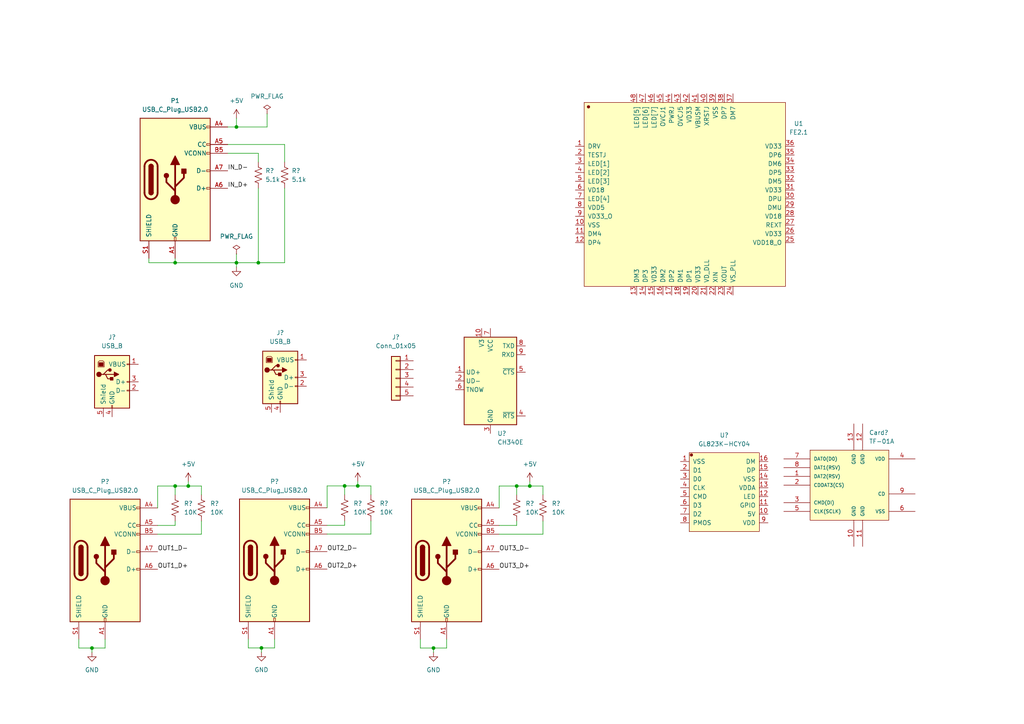
<source format=kicad_sch>
(kicad_sch (version 20211123) (generator eeschema)
  (paper "A4")
  (lib_symbols
    (symbol "1CommonUse:R0805" (pin_numbers hide) (pin_names (offset 0))
      (property "Reference" "R" (at 2.54 0 90))
      (property "Value" "R0805" (at -2.54 0 90))
      (symbol "R0805_0_1"
        (polyline (pts (xy 0 -2.286) (xy 0 -2.54)))
        (polyline (pts (xy 0 2.286) (xy 0 2.54)))
        (polyline (pts (xy 0 -0.762) (xy 1.016 -1.143) (xy 0 -1.524) (xy -1.016 -1.905) (xy 0 -2.286)))
        (polyline (pts (xy 0 0.762) (xy 1.016 0.381) (xy 0 0) (xy -1.016 -0.381) (xy 0 -0.762)))
        (polyline (pts (xy 0 2.286) (xy 1.016 1.905) (xy 0 1.524) (xy -1.016 1.143) (xy 0 0.762)))
      )
      (symbol "R0805_1_1"
        (pin passive line (at 0 3.81 270) (length 1.27) (name "~") (number "1"))
        (pin passive line (at 0 -3.81 90) (length 1.27) (name "~") (number "2"))
      )
    )
    (symbol "Connector:USB_B" (pin_names (offset 1.016))
      (property "Reference" "J" (at -5.08 11.43 0))
      (property "Value" "USB_B" (at -5.08 8.89 0))
      (symbol "USB_B_0_1"
        (rectangle (start -5.08 -7.62) (end 5.08 7.62) (stroke (width 0.254)) (fill (type background)))
        (circle (center -3.81 2.159) (radius 0.635) (stroke (width 0.254)) (fill (type outline)))
        (rectangle (start -3.81 5.588) (end -2.54 4.572) (fill (type outline)))
        (circle (center -0.635 3.429) (radius 0.381) (stroke (width 0.254)) (fill (type outline)))
        (rectangle (start -0.127 -7.62) (end 0.127 -6.858))
        (polyline (pts (xy -1.905 2.159) (xy 0.635 2.159)) (stroke (width 0.254)))
        (polyline (pts (xy -3.175 2.159) (xy -2.54 2.159) (xy -1.27 3.429) (xy -0.635 3.429)) (stroke (width 0.254)))
        (polyline (pts (xy -2.54 2.159) (xy -1.905 2.159) (xy -1.27 0.889) (xy 0 0.889)) (stroke (width 0.254)))
        (polyline (pts (xy 0.635 2.794) (xy 0.635 1.524) (xy 1.905 2.159) (xy 0.635 2.794)) (stroke (width 0.254)) (fill (type outline)))
        (polyline (pts (xy -4.064 4.318) (xy -2.286 4.318) (xy -2.286 5.715) (xy -2.667 6.096) (xy -3.683 6.096) (xy -4.064 5.715) (xy -4.064 4.318)))
        (rectangle (start 0.254 1.27) (end -0.508 0.508) (stroke (width 0.254)) (fill (type outline)))
        (rectangle (start 5.08 -2.667) (end 4.318 -2.413))
        (rectangle (start 5.08 -0.127) (end 4.318 0.127))
        (rectangle (start 5.08 4.953) (end 4.318 5.207))
      )
      (symbol "USB_B_1_1"
        (pin power_out line (at 7.62 5.08 180) (length 2.54) (name "VBUS") (number "1"))
        (pin bidirectional line (at 7.62 -2.54 180) (length 2.54) (name "D-") (number "2"))
        (pin bidirectional line (at 7.62 0 180) (length 2.54) (name "D+") (number "3"))
        (pin power_out line (at 0 -10.16 90) (length 2.54) (name "GND") (number "4"))
        (pin passive line (at -2.54 -10.16 90) (length 2.54) (name "Shield") (number "5"))
      )
    )
    (symbol "Connector:USB_C_Plug_USB2.0" (pin_names (offset 1.016))
      (property "Reference" "P" (at -10.16 19.05 0))
      (property "Value" "USB_C_Plug_USB2.0" (at 12.7 19.05 0))
      (symbol "USB_C_Plug_USB2.0_0_0"
        (rectangle (start -0.254 -17.78) (end 0.254 -16.764))
        (rectangle (start 10.16 -2.286) (end 9.144 -2.794))
        (rectangle (start 10.16 2.794) (end 9.144 2.286))
        (rectangle (start 10.16 7.874) (end 9.144 7.366))
        (rectangle (start 10.16 10.414) (end 9.144 9.906))
        (rectangle (start 10.16 15.494) (end 9.144 14.986))
      )
      (symbol "USB_C_Plug_USB2.0_0_1"
        (rectangle (start -10.16 17.78) (end 10.16 -17.78) (stroke (width 0.254)) (fill (type background)))
        (arc (start -8.89 -3.81) (mid -6.985 -5.715) (end -5.08 -3.81) (stroke (width 0.508)))
        (arc (start -7.62 -3.81) (mid -6.985 -4.445) (end -6.35 -3.81) (stroke (width 0.254)))
        (arc (start -7.62 -3.81) (mid -6.985 -4.445) (end -6.35 -3.81) (stroke (width 0.254)) (fill (type outline)))
        (rectangle (start -7.62 -3.81) (end -6.35 3.81) (stroke (width 0.254)) (fill (type outline)))
        (arc (start -6.35 3.81) (mid -6.985 4.445) (end -7.62 3.81) (stroke (width 0.254)))
        (arc (start -6.35 3.81) (mid -6.985 4.445) (end -7.62 3.81) (stroke (width 0.254)) (fill (type outline)))
        (arc (start -5.08 3.81) (mid -6.985 5.715) (end -8.89 3.81) (stroke (width 0.508)))
        (circle (center -2.54 1.143) (radius 0.635) (stroke (width 0.254)) (fill (type outline)))
        (circle (center 0 -5.842) (radius 1.27) (fill (type outline)))
        (polyline (pts (xy -8.89 -3.81) (xy -8.89 3.81)) (stroke (width 0.508)))
        (polyline (pts (xy -5.08 3.81) (xy -5.08 -3.81)) (stroke (width 0.508)))
        (polyline (pts (xy 0 -5.842) (xy 0 4.318)) (stroke (width 0.508)))
        (polyline (pts (xy 0 -3.302) (xy -2.54 -0.762) (xy -2.54 0.508)) (stroke (width 0.508)))
        (polyline (pts (xy 0 -2.032) (xy 2.54 0.508) (xy 2.54 1.778)) (stroke (width 0.508)))
        (polyline (pts (xy -1.27 4.318) (xy 0 6.858) (xy 1.27 4.318) (xy -1.27 4.318)) (stroke (width 0.254)) (fill (type outline)))
        (rectangle (start 1.905 1.778) (end 3.175 3.048) (stroke (width 0.254)) (fill (type outline)))
      )
      (symbol "USB_C_Plug_USB2.0_1_1"
        (pin passive line (at 0 -22.86 90) (length 5.08) (name "GND") (number "A1"))
        (pin passive line (at 0 -22.86 90) (length 5.08) hide (name "GND") (number "A12"))
        (pin passive line (at 15.24 15.24 180) (length 5.08) (name "VBUS") (number "A4"))
        (pin bidirectional line (at 15.24 10.16 180) (length 5.08) (name "CC") (number "A5"))
        (pin bidirectional line (at 15.24 -2.54 180) (length 5.08) (name "D+") (number "A6"))
        (pin bidirectional line (at 15.24 2.54 180) (length 5.08) (name "D-") (number "A7"))
        (pin passive line (at 15.24 15.24 180) (length 5.08) hide (name "VBUS") (number "A9"))
        (pin passive line (at 0 -22.86 90) (length 5.08) hide (name "GND") (number "B1"))
        (pin passive line (at 0 -22.86 90) (length 5.08) hide (name "GND") (number "B12"))
        (pin passive line (at 15.24 15.24 180) (length 5.08) hide (name "VBUS") (number "B4"))
        (pin bidirectional line (at 15.24 7.62 180) (length 5.08) (name "VCONN") (number "B5"))
        (pin passive line (at 15.24 15.24 180) (length 5.08) hide (name "VBUS") (number "B9"))
        (pin passive line (at -7.62 -22.86 90) (length 5.08) (name "SHIELD") (number "S1"))
      )
    )
    (symbol "Connector_Generic:Conn_01x05" (pin_names (offset 1.016) hide)
      (property "Reference" "J" (at 0 7.62 0))
      (property "Value" "Conn_01x05" (at 0 -7.62 0))
      (symbol "Conn_01x05_1_1"
        (rectangle (start -1.27 -4.953) (end 0 -5.207) (stroke (width 0.1524)))
        (rectangle (start -1.27 -2.413) (end 0 -2.667) (stroke (width 0.1524)))
        (rectangle (start -1.27 0.127) (end 0 -0.127) (stroke (width 0.1524)))
        (rectangle (start -1.27 2.667) (end 0 2.413) (stroke (width 0.1524)))
        (rectangle (start -1.27 5.207) (end 0 4.953) (stroke (width 0.1524)))
        (rectangle (start -1.27 6.35) (end 1.27 -6.35) (stroke (width 0.254)) (fill (type background)))
        (pin passive line (at -5.08 5.08 0) (length 3.81) (name "Pin_1") (number "1"))
        (pin passive line (at -5.08 2.54 0) (length 3.81) (name "Pin_2") (number "2"))
        (pin passive line (at -5.08 0 0) (length 3.81) (name "Pin_3") (number "3"))
        (pin passive line (at -5.08 -2.54 0) (length 3.81) (name "Pin_4") (number "4"))
        (pin passive line (at -5.08 -5.08 0) (length 3.81) (name "Pin_5") (number "5"))
      )
    )
    (symbol "FE2.1:FE2.1" (pin_names (offset 1.016))
      (property "Reference" "U" (at 0 31.0642 0))
      (property "Value" "FE2.1" (at 0 36.1442 0))
      (symbol "FE2.1_1_1"
        (rectangle (start -30.48 25.4) (end 27.94 -27.94) (stroke (width 0.1524)) (fill (type background)))
        (circle (center -29.21 24.13) (radius 0.381) (stroke (width 0.1524)) (fill (type outline)))
        (pin input line (at -33.02 12.7 0) (length 2.54) (name "DRV") (number "1"))
        (pin power_in line (at -33.02 -10.16 0) (length 2.54) (name "VSS") (number "10"))
        (pin input line (at -33.02 -12.7 0) (length 2.54) (name "DM4") (number "11"))
        (pin input line (at -33.02 -15.24 0) (length 2.54) (name "DP4") (number "12"))
        (pin input line (at -15.24 -30.48 90) (length 2.54) (name "DM3") (number "13"))
        (pin input line (at -12.7 -30.48 90) (length 2.54) (name "DP3") (number "14"))
        (pin input line (at -10.16 -30.48 90) (length 2.54) (name "VD33") (number "15"))
        (pin input line (at -7.62 -30.48 90) (length 2.54) (name "DM2") (number "16"))
        (pin input line (at -5.08 -30.48 90) (length 2.54) (name "DP2") (number "17"))
        (pin input line (at -2.54 -30.48 90) (length 2.54) (name "DM1") (number "18"))
        (pin input line (at 0 -30.48 90) (length 2.54) (name "DP1") (number "19"))
        (pin input line (at -33.02 10.16 0) (length 2.54) (name "TESTJ") (number "2"))
        (pin input line (at 2.54 -30.48 90) (length 2.54) (name "VD33") (number "20"))
        (pin input line (at 5.08 -30.48 90) (length 2.54) (name "VD_DLL") (number "21"))
        (pin input line (at 7.62 -30.48 90) (length 2.54) (name "XIN") (number "22"))
        (pin input line (at 10.16 -30.48 90) (length 2.54) (name "XOUT") (number "23"))
        (pin power_in line (at 12.7 -30.48 90) (length 2.54) (name "VS_PLL") (number "24"))
        (pin power_in line (at 30.48 -15.24 180) (length 2.54) (name "VDD18_O") (number "25"))
        (pin input line (at 30.48 -12.7 180) (length 2.54) (name "VD33") (number "26"))
        (pin input line (at 30.48 -10.16 180) (length 2.54) (name "REXT") (number "27"))
        (pin power_in line (at 30.48 -7.62 180) (length 2.54) (name "VD18") (number "28"))
        (pin input line (at 30.48 -5.08 180) (length 2.54) (name "DMU") (number "29"))
        (pin input line (at -33.02 7.62 0) (length 2.54) (name "LED[1]") (number "3"))
        (pin input line (at 30.48 -2.54 180) (length 2.54) (name "DPU") (number "30"))
        (pin input line (at 30.48 0 180) (length 2.54) (name "VD33") (number "31"))
        (pin input line (at 30.48 2.54 180) (length 2.54) (name "DM5") (number "32"))
        (pin input line (at 30.48 5.08 180) (length 2.54) (name "DP5") (number "33"))
        (pin input line (at 30.48 7.62 180) (length 2.54) (name "DM6") (number "34"))
        (pin input line (at 30.48 10.16 180) (length 2.54) (name "DP6") (number "35"))
        (pin input line (at 30.48 12.7 180) (length 2.54) (name "VD33") (number "36"))
        (pin input line (at 12.7 27.94 270) (length 2.54) (name "DM7") (number "37"))
        (pin input line (at 10.16 27.94 270) (length 2.54) (name "DP7") (number "38"))
        (pin input line (at 7.62 27.94 270) (length 2.54) (name "VSS") (number "39"))
        (pin input line (at -33.02 5.08 0) (length 2.54) (name "LED[2]") (number "4"))
        (pin input line (at 5.08 27.94 270) (length 2.54) (name "XRSTJ") (number "40"))
        (pin input line (at 2.54 27.94 270) (length 2.54) (name "VBUSM") (number "41"))
        (pin input line (at 0 27.94 270) (length 2.54) (name "VD33") (number "42"))
        (pin input line (at -2.54 27.94 270) (length 2.54) (name "OVCJ5") (number "43"))
        (pin input line (at -5.08 27.94 270) (length 2.54) (name "PWRJ") (number "44"))
        (pin input line (at -7.62 27.94 270) (length 2.54) (name "OVCJ1") (number "45"))
        (pin input line (at -10.16 27.94 270) (length 2.54) (name "LED[7]") (number "46"))
        (pin input line (at -12.7 27.94 270) (length 2.54) (name "LED[6]") (number "47"))
        (pin input line (at -15.24 27.94 270) (length 2.54) (name "LED[5]") (number "48"))
        (pin input line (at -33.02 2.54 0) (length 2.54) (name "LED[3]") (number "5"))
        (pin power_in line (at -33.02 0 0) (length 2.54) (name "VD18") (number "6"))
        (pin input line (at -33.02 -2.54 0) (length 2.54) (name "LED[4]") (number "7"))
        (pin power_in line (at -33.02 -5.08 0) (length 2.54) (name "VDD5") (number "8"))
        (pin power_in line (at -33.02 -7.62 0) (length 2.54) (name "VD33_O") (number "9"))
      )
    )
    (symbol "GL823K:GL823K-HCY04" (pin_names (offset 1.016))
      (property "Reference" "U" (at 0 13.97 0))
      (property "Value" "GL823K-HCY04" (at 0 19.05 0))
      (symbol "GL823K-HCY04_1_1"
        (rectangle (start -10.16 11.43) (end 10.16 -11.43) (stroke (width 0.1524)) (fill (type background)))
        (circle (center -9.525 10.795) (radius 0.381) (stroke (width 0.1524)) (fill (type outline)))
        (pin input line (at -12.7 8.89 0) (length 2.54) (name "VSS") (number "1"))
        (pin input line (at 12.7 -6.35 180) (length 2.54) (name "5V") (number "10"))
        (pin input line (at 12.7 -3.81 180) (length 2.54) (name "GPIO") (number "11"))
        (pin input line (at 12.7 -1.27 180) (length 2.54) (name "LED") (number "12"))
        (pin input line (at 12.7 1.27 180) (length 2.54) (name "VDDA") (number "13"))
        (pin input line (at 12.7 3.81 180) (length 2.54) (name "VSS") (number "14"))
        (pin input line (at 12.7 6.35 180) (length 2.54) (name "DP") (number "15"))
        (pin input line (at 12.7 8.89 180) (length 2.54) (name "DM") (number "16"))
        (pin input line (at -12.7 6.35 0) (length 2.54) (name "D1") (number "2"))
        (pin input line (at -12.7 3.81 0) (length 2.54) (name "D0") (number "3"))
        (pin input line (at -12.7 1.27 0) (length 2.54) (name "CLK") (number "4"))
        (pin input line (at -12.7 -1.27 0) (length 2.54) (name "CMD") (number "5"))
        (pin input line (at -12.7 -3.81 0) (length 2.54) (name "D3") (number "6"))
        (pin input line (at -12.7 -6.35 0) (length 2.54) (name "D2") (number "7"))
        (pin input line (at -12.7 -8.89 0) (length 2.54) (name "PMOS") (number "8"))
        (pin input line (at 12.7 -8.89 180) (length 2.54) (name "VDD") (number "9"))
      )
    )
    (symbol "Interface_USB:CH340E"
      (property "Reference" "U" (at -5.08 13.97 0))
      (property "Value" "CH340E" (at 1.27 13.97 0))
      (symbol "CH340E_0_1"
        (rectangle (start -7.62 12.7) (end 7.62 -12.7) (stroke (width 0.254)) (fill (type background)))
      )
      (symbol "CH340E_1_1"
        (pin bidirectional line (at -10.16 2.54 0) (length 2.54) (name "UD+") (number "1"))
        (pin passive line (at -2.54 15.24 270) (length 2.54) (name "V3") (number "10"))
        (pin bidirectional line (at -10.16 0 0) (length 2.54) (name "UD-") (number "2"))
        (pin power_in line (at 0 -15.24 90) (length 2.54) (name "GND") (number "3"))
        (pin output line (at 10.16 -10.16 180) (length 2.54) (name "~{RTS}") (number "4"))
        (pin input line (at 10.16 2.54 180) (length 2.54) (name "~{CTS}") (number "5"))
        (pin output line (at -10.16 -2.54 0) (length 2.54) (name "TNOW") (number "6"))
        (pin power_in line (at 0 15.24 270) (length 2.54) (name "VCC") (number "7"))
        (pin output line (at 10.16 10.16 180) (length 2.54) (name "TXD") (number "8"))
        (pin input line (at 10.16 7.62 180) (length 2.54) (name "RXD") (number "9"))
      )
    )
    (symbol "SDCard:TF-01A" (pin_names (offset 1.016))
      (property "Reference" "Card" (at 5.08 1.27 0))
      (property "Value" "TF-01A" (at 5.08 3.81 0))
      (symbol "TF-01A_1_1"
        (rectangle (start -11.43 10.16) (end 11.43 -10.16) (stroke (width 0.1524)) (fill (type background)))
        (pin bidirectional line (at -19.05 2.54 0) (length 7.62) (name "DAT2(RSV)") (number "1"))
        (pin input line (at 1.27 -17.78 90) (length 7.62) (name "GND") (number "10"))
        (pin input line (at 3.81 -17.78 90) (length 7.62) (name "GND") (number "11"))
        (pin input line (at 3.81 17.78 270) (length 7.62) (name "GND") (number "12"))
        (pin input line (at 1.27 17.78 270) (length 7.62) (name "GND") (number "13"))
        (pin bidirectional line (at -19.05 0 0) (length 7.62) (name "CDDAT3(CS)") (number "2"))
        (pin input line (at -19.05 -5.08 0) (length 7.62) (name "CMD(DI)") (number "3"))
        (pin input line (at 19.05 7.62 180) (length 7.62) (name "VDD") (number "4"))
        (pin input line (at -19.05 -7.62 0) (length 7.62) (name "CLK(SCLK)") (number "5"))
        (pin input line (at 19.05 -7.62 180) (length 7.62) (name "VSS") (number "6"))
        (pin bidirectional line (at -19.05 7.62 0) (length 7.62) (name "DAT0(D0)") (number "7"))
        (pin bidirectional line (at -19.05 5.08 0) (length 7.62) (name "DAT1(RSV)") (number "8"))
        (pin input line (at 19.05 -2.54 180) (length 7.62) (name "CD") (number "9"))
      )
    )
    (symbol "power:+5V" (power) (pin_names (offset 0))
      (property "Value" "+5V" (at 0 3.556 0))
      (symbol "+5V_0_1"
        (polyline (pts (xy -0.762 1.27) (xy 0 2.54)))
        (polyline (pts (xy 0 0) (xy 0 2.54)))
        (polyline (pts (xy 0 2.54) (xy 0.762 1.27)))
      )
      (symbol "+5V_1_1"
        (pin power_in line (at 0 0 90) (length 0) hide (name "+5V") (number "1"))
      )
    )
    (symbol "power:GND" (power) (pin_names (offset 0))
      (property "Value" "GND" (at 0 -3.81 0))
      (symbol "GND_0_1"
        (polyline (pts (xy 0 0) (xy 0 -1.27) (xy 1.27 -1.27) (xy 0 -2.54) (xy -1.27 -1.27) (xy 0 -1.27)))
      )
      (symbol "GND_1_1"
        (pin power_in line (at 0 0 270) (length 0) hide (name "GND") (number "1"))
      )
    )
    (symbol "power:PWR_FLAG" (power) (pin_numbers hide) (pin_names (offset 0) hide)
      (property "Value" "PWR_FLAG" (at 0 3.81 0))
      (symbol "PWR_FLAG_0_0"
        (pin power_out line (at 0 0 90) (length 0) (name "pwr") (number "1"))
      )
      (symbol "PWR_FLAG_0_1"
        (polyline (pts (xy 0 0) (xy 0 1.27) (xy -1.016 1.905) (xy 0 2.54) (xy 1.016 1.905) (xy 0 1.27)))
      )
    )
  )
  (junction (at 125.73 187.96))
  (junction (at 103.7679 140.9354))
  (junction (at 74.93 76.2))
  (junction (at 99.9579 140.9354))
  (junction (at 50.8 140.97))
  (junction (at 54.61 140.97))
  (junction (at 153.67 140.97))
  (junction (at 26.67 187.96))
  (junction (at 68.58 76.2))
  (junction (at 50.8 76.2))
  (junction (at 149.86 140.97))
  (junction (at 68.58 36.83))
  (junction (at 75.8279 187.9254))
  (wire (pts (xy 26.67 189.23) (xy 26.67 187.96)))
  (wire (pts (xy 43.18 76.2) (xy 50.8 76.2)))
  (wire (pts (xy 43.18 74.93) (xy 43.18 76.2)))
  (wire (pts (xy 50.8 152.4) (xy 45.72 152.4)))
  (wire (pts (xy 121.92 185.42) (xy 121.92 187.96)))
  (wire (pts (xy 99.9579 152.3654) (xy 94.8779 152.3654)))
  (wire (pts (xy 144.78 154.94) (xy 157.48 154.94)))
  (wire (pts (xy 68.58 34.29) (xy 68.58 36.83)))
  (wire (pts (xy 50.8 76.2) (xy 68.58 76.2)))
  (wire (pts (xy 82.55 41.91) (xy 82.55 46.99)))
  (wire (pts (xy 22.86 187.96) (xy 26.67 187.96)))
  (wire (pts (xy 68.58 73.66) (xy 68.58 76.2)))
  (wire (pts (xy 75.8279 189.1954) (xy 75.8279 187.9254)))
  (wire (pts (xy 45.72 140.97) (xy 50.8 140.97)))
  (wire (pts (xy 94.8779 140.9354) (xy 99.9579 140.9354)))
  (wire (pts (xy 82.55 54.61) (xy 82.55 76.2)))
  (wire (pts (xy 58.42 154.94) (xy 58.42 151.13)))
  (wire (pts (xy 77.47 36.83) (xy 68.58 36.83)))
  (wire (pts (xy 50.8 74.93) (xy 50.8 76.2)))
  (wire (pts (xy 82.55 76.2) (xy 74.93 76.2)))
  (wire (pts (xy 121.92 187.96) (xy 125.73 187.96)))
  (wire (pts (xy 149.86 140.97) (xy 153.67 140.97)))
  (wire (pts (xy 72.0179 187.9254) (xy 75.8279 187.9254)))
  (wire (pts (xy 125.73 187.96) (xy 129.54 187.96)))
  (wire (pts (xy 157.48 143.51) (xy 157.48 140.97)))
  (wire (pts (xy 72.0179 185.3854) (xy 72.0179 187.9254)))
  (wire (pts (xy 66.04 41.91) (xy 82.55 41.91)))
  (wire (pts (xy 149.86 151.13) (xy 149.86 152.4)))
  (wire (pts (xy 30.48 187.96) (xy 30.48 185.42)))
  (wire (pts (xy 74.93 44.45) (xy 74.93 46.99)))
  (wire (pts (xy 125.73 189.23) (xy 125.73 187.96)))
  (wire (pts (xy 58.42 143.51) (xy 58.42 140.97)))
  (wire (pts (xy 99.9579 140.9354) (xy 99.9579 143.4754)))
  (wire (pts (xy 129.54 187.96) (xy 129.54 185.42)))
  (wire (pts (xy 107.5779 154.9054) (xy 107.5779 151.0954)))
  (wire (pts (xy 153.67 140.97) (xy 153.67 139.7)))
  (wire (pts (xy 157.48 140.97) (xy 153.67 140.97)))
  (wire (pts (xy 68.58 76.2) (xy 68.58 77.47)))
  (wire (pts (xy 75.8279 187.9254) (xy 79.6379 187.9254)))
  (wire (pts (xy 22.86 185.42) (xy 22.86 187.96)))
  (wire (pts (xy 74.93 76.2) (xy 68.58 76.2)))
  (wire (pts (xy 45.72 154.94) (xy 58.42 154.94)))
  (wire (pts (xy 107.5779 140.9354) (xy 103.7679 140.9354)))
  (wire (pts (xy 74.93 54.61) (xy 74.93 76.2)))
  (wire (pts (xy 68.58 36.83) (xy 66.04 36.83)))
  (wire (pts (xy 107.5779 143.4754) (xy 107.5779 140.9354)))
  (wire (pts (xy 50.8 140.97) (xy 54.61 140.97)))
  (wire (pts (xy 94.8779 147.2854) (xy 94.8779 140.9354)))
  (wire (pts (xy 45.72 147.32) (xy 45.72 140.97)))
  (wire (pts (xy 103.7679 140.9354) (xy 103.7679 139.6654)))
  (wire (pts (xy 94.8779 154.9054) (xy 107.5779 154.9054)))
  (wire (pts (xy 58.42 140.97) (xy 54.61 140.97)))
  (wire (pts (xy 79.6379 187.9254) (xy 79.6379 185.3854)))
  (wire (pts (xy 144.78 140.97) (xy 149.86 140.97)))
  (wire (pts (xy 50.8 151.13) (xy 50.8 152.4)))
  (wire (pts (xy 77.47 33.02) (xy 77.47 36.83)))
  (wire (pts (xy 50.8 140.97) (xy 50.8 143.51)))
  (wire (pts (xy 144.78 147.32) (xy 144.78 140.97)))
  (wire (pts (xy 149.86 152.4) (xy 144.78 152.4)))
  (wire (pts (xy 54.61 140.97) (xy 54.61 139.7)))
  (wire (pts (xy 66.04 44.45) (xy 74.93 44.45)))
  (wire (pts (xy 26.67 187.96) (xy 30.48 187.96)))
  (wire (pts (xy 149.86 140.97) (xy 149.86 143.51)))
  (wire (pts (xy 99.9579 151.0954) (xy 99.9579 152.3654)))
  (wire (pts (xy 99.9579 140.9354) (xy 103.7679 140.9354)))
  (wire (pts (xy 157.48 154.94) (xy 157.48 151.13)))
  (label "OUT1_D+" (at 45.72 165.1 0))
  (label "IN_D-" (at 66.04 49.53 0))
  (label "IN_D+" (at 66.04 54.61 0))
  (label "OUT2_D+" (at 94.8779 165.0654 0))
  (label "OUT3_D+" (at 144.78 165.1 0))
  (label "OUT3_D-" (at 144.78 160.02 0))
  (label "OUT2_D-" (at 94.8779 159.9854 0))
  (label "OUT1_D-" (at 45.72 160.02 0))
  (symbol (lib_id "power:GND") (at 125.73 189.23 0) (unit 1)
    (property "Reference" "#PWR?" (effects hide))
    (property "Value" "GND" (at 125.73 194.31 0))
  )
  (symbol (lib_id "power:GND") (at 75.8279 189.1954 0) (unit 1)
    (property "Reference" "#PWR?" (effects hide))
    (property "Value" "GND" (at 75.8279 194.2754 0))
  )
  (symbol (lib_id "power:+5V") (at 153.67 139.7 0) (unit 1)
    (property "Reference" "#PWR?" (effects hide))
    (property "Value" "+5V" (at 153.67 134.62 0))
  )
  (symbol (lib_id "power:+5V") (at 68.58 34.29 0) (unit 1)
    (property "Reference" "#PWR?" (effects hide))
    (property "Value" "+5V" (at 68.58 29.21 0))
  )
  (symbol (lib_id "FE2.1:FE2.1") (at 199.898 55.118 0) (unit 1)
    (property "Reference" "U1" (at 231.648 35.8392 0))
    (property "Value" "FE2.1" (at 231.648 38.3792 0))
    (property "Footprint" "Package_QFP:LQFP-48_7x7mm_P0.5mm" (effects hide))
    (property "Datasheet" "http://www.szlcsc.com/product/details_40676.html" (effects hide))
    (property "SuppliersPartNumber" "C39693" (effects hide))
    (property "uuid" "std:5b443e5400068569cc498133079dceab" (effects hide))
  )
  (symbol (lib_id "Interface_USB:CH340E") (at 142.24 110.49 0) (unit 1)
    (property "Reference" "U?" (at 144.2594 125.73 0) (effects (justify left)))
    (property "Value" "CH340E" (at 144.2594 128.27 0) (effects (justify left)))
    (property "Footprint" "Package_SO:MSOP-10_3x3mm_P0.5mm" (effects hide))
    (property "Datasheet" "https://www.mpja.com/download/35227cpdata.pdf" (effects hide))
  )
  (symbol (lib_id "1CommonUse:R0805") (at 82.55 50.8 0) (unit 1)
    (property "Reference" "R?" (at 84.582 49.5299 0) (effects (justify left)))
    (property "Value" "5.1k" (at 84.582 52.0699 0) (effects (justify left)))
    (property "Footprint" "Resistor_SMD:R_0805_2012Metric" (effects hide))
  )
  (symbol (lib_id "SDCard:TF-01A") (at 246.38 140.716 0) (unit 1)
    (property "Reference" "Card?" (at 252.0557 125.476 0) (effects (justify left)))
    (property "Value" "TF-01A" (at 252.0557 128.016 0) (effects (justify left)))
    (property "Footprint" "SDCard:TF-SMD_TF-01A" (effects hide))
    (property "Datasheet" "http://www.szlcsc.com/product/details_92334.html" (effects hide))
    (property "SuppliersPartNumber" "C91145" (effects hide))
  )
  (symbol (lib_id "1CommonUse:R0805") (at 107.5779 147.2854 0) (unit 1)
    (property "Reference" "R?" (at 110.1179 146.0153 0) (effects (justify left)))
    (property "Value" "10K" (at 110.1179 148.5553 0) (effects (justify left)))
    (property "Footprint" "Resistor_SMD:R_0805_2012Metric" (effects hide))
  )
  (symbol (lib_id "1CommonUse:R0805") (at 58.42 147.32 0) (unit 1)
    (property "Reference" "R?" (at 60.96 146.0499 0) (effects (justify left)))
    (property "Value" "10K" (at 60.96 148.5899 0) (effects (justify left)))
    (property "Footprint" "Resistor_SMD:R_0805_2012Metric" (effects hide))
  )
  (symbol (lib_id "power:GND") (at 26.67 189.23 0) (unit 1)
    (property "Reference" "#PWR?" (effects hide))
    (property "Value" "GND" (at 26.67 194.31 0))
  )
  (symbol (lib_id "1CommonUse:R0805") (at 74.93 50.8 0) (unit 1)
    (property "Reference" "R?" (at 76.962 49.5299 0) (effects (justify left)))
    (property "Value" "5.1k" (at 76.962 52.0699 0) (effects (justify left)))
    (property "Footprint" "Resistor_SMD:R_0805_2012Metric" (effects hide))
  )
  (symbol (lib_id "1CommonUse:R0805") (at 157.48 147.32 0) (unit 1)
    (property "Reference" "R?" (at 160.02 146.0499 0) (effects (justify left)))
    (property "Value" "10K" (at 160.02 148.5899 0) (effects (justify left)))
    (property "Footprint" "Resistor_SMD:R_0805_2012Metric" (effects hide))
  )
  (symbol (lib_id "Connector:USB_C_Plug_USB2.0") (at 79.6379 162.5254 0) (unit 1)
    (property "Reference" "P?" (at 79.6379 139.6654 0))
    (property "Value" "USB_C_Plug_USB2.0" (at 79.6379 142.2054 0))
    (property "Footprint" "Footprint:USB-C-SMD_TYPEC-303-ACP16" (effects hide))
    (property "Datasheet" "https://www.usb.org/sites/default/files/documents/usb_type-c.zip" (effects hide))
  )
  (symbol (lib_id "power:PWR_FLAG") (at 68.58 73.66 0) (unit 1)
    (property "Reference" "#FLG?" (effects hide))
    (property "Value" "PWR_FLAG" (at 68.58 68.58 0))
  )
  (symbol (lib_id "Connector_Generic:Conn_01x05") (at 114.808 109.728 0) (mirror y) (unit 1)
    (property "Reference" "J?" (at 114.808 97.79 0))
    (property "Value" "Conn_01x05" (at 114.808 100.33 0))
  )
  (symbol (lib_id "1CommonUse:R0805") (at 149.86 147.32 0) (unit 1)
    (property "Reference" "R?" (at 152.4 146.0499 0) (effects (justify left)))
    (property "Value" "10K" (at 152.4 148.5899 0) (effects (justify left)))
    (property "Footprint" "Resistor_SMD:R_0805_2012Metric" (effects hide))
  )
  (symbol (lib_id "power:PWR_FLAG") (at 77.47 33.02 0) (unit 1)
    (property "Reference" "#FLG?" (effects hide))
    (property "Value" "PWR_FLAG" (at 77.47 27.94 0))
  )
  (symbol (lib_id "GL823K:GL823K-HCY04") (at 210.058 142.748 0) (unit 1)
    (property "Reference" "U?" (at 210.058 126.238 0))
    (property "Value" "GL823K-HCY04" (at 210.058 128.778 0))
    (property "Footprint" "Package_SO:SSOP-16_3.9x4.9mm_P0.635mm" (effects hide))
    (property "Datasheet" "http://www.szlcsc.com/product/details_270382.html" (effects hide))
    (property "SuppliersPartNumber" "C284879" (effects hide))
    (property "uuid" "std:301c76a9e79f436c85751d80deff47be" (effects hide))
  )
  (symbol (lib_id "Connector:USB_C_Plug_USB2.0") (at 50.8 52.07 0) (unit 1)
    (property "Reference" "P1" (at 50.8 29.21 0))
    (property "Value" "USB_C_Plug_USB2.0" (at 50.8 31.75 0))
    (property "Footprint" "Connector_USB:USB_C_Receptacle_HRO_TYPE-C-31-M-12" (effects hide))
    (property "Datasheet" "https://www.usb.org/sites/default/files/documents/usb_type-c.zip" (effects hide))
  )
  (symbol (lib_id "Connector:USB_C_Plug_USB2.0") (at 129.54 162.56 0) (unit 1)
    (property "Reference" "P?" (at 129.54 139.7 0))
    (property "Value" "USB_C_Plug_USB2.0" (at 129.54 142.24 0))
    (property "Footprint" "Footprint:USB-C-SMD_TYPEC-303-ACP16" (effects hide))
    (property "Datasheet" "https://www.usb.org/sites/default/files/documents/usb_type-c.zip" (effects hide))
  )
  (symbol (lib_id "Connector:USB_B") (at 81.28 109.474 0) (unit 1)
    (property "Reference" "J?" (at 81.28 96.52 0))
    (property "Value" "USB_B" (at 81.28 99.06 0))
    (property "Footprint" "Footprint:USB-A-TH_C42425" (effects hide))
    (property "Datasheet" " ~" (effects hide))
  )
  (symbol (lib_id "power:GND") (at 68.58 77.47 0) (unit 1)
    (property "Reference" "#PWR?" (effects hide))
    (property "Value" "GND" (at 68.58 82.804 0))
  )
  (symbol (lib_id "Connector:USB_C_Plug_USB2.0") (at 30.48 162.56 0) (unit 1)
    (property "Reference" "P?" (at 30.48 139.7 0))
    (property "Value" "USB_C_Plug_USB2.0" (at 30.48 142.24 0))
    (property "Footprint" "Footprint:USB-C-SMD_TYPEC-303-ACP16" (effects hide))
    (property "Datasheet" "https://www.usb.org/sites/default/files/documents/usb_type-c.zip" (effects hide))
  )
  (symbol (lib_id "1CommonUse:R0805") (at 99.9579 147.2854 0) (unit 1)
    (property "Reference" "R?" (at 102.4979 146.0153 0) (effects (justify left)))
    (property "Value" "10K" (at 102.4979 148.5553 0) (effects (justify left)))
    (property "Footprint" "Resistor_SMD:R_0805_2012Metric" (effects hide))
  )
  (symbol (lib_id "power:+5V") (at 54.61 139.7 0) (unit 1)
    (property "Reference" "#PWR?" (effects hide))
    (property "Value" "+5V" (at 54.61 134.62 0))
  )
  (symbol (lib_id "power:+5V") (at 103.7679 139.6654 0) (unit 1)
    (property "Reference" "#PWR?" (effects hide))
    (property "Value" "+5V" (at 103.7679 134.5854 0))
  )
  (symbol (lib_id "1CommonUse:R0805") (at 50.8 147.32 0) (unit 1)
    (property "Reference" "R?" (at 53.34 146.0499 0) (effects (justify left)))
    (property "Value" "10K" (at 53.34 148.5899 0) (effects (justify left)))
    (property "Footprint" "Resistor_SMD:R_0805_2012Metric" (effects hide))
  )
  (symbol (lib_id "Connector:USB_B") (at 32.512 110.744 0) (unit 1)
    (property "Reference" "J?" (at 32.512 97.79 0))
    (property "Value" "USB_B" (at 32.512 100.33 0))
    (property "Footprint" "Footprint:USB-A-TH_C42425" (effects hide))
    (property "Datasheet" " ~" (effects hide))
  )
)
</source>
